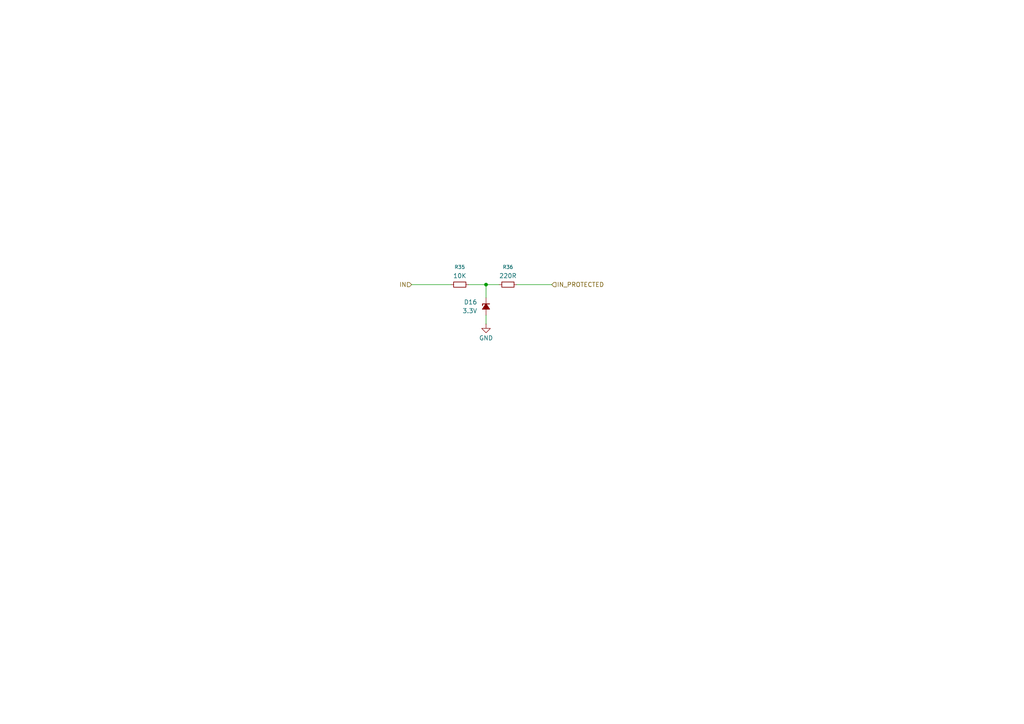
<source format=kicad_sch>
(kicad_sch (version 20250114) (generator "eeschema") (generator_version "9.0")
  (paper "A4")
  (title_block (title "Control Unit Tester") (date "2025-10-21") (rev "2"))
  (lib_symbols
    (symbol "Device:D_Zener_Small_Filled" (pin_numbers (hide yes)) (pin_names (offset 0.254) (hide yes))
      (property "Reference" "D" (at 0 2.286 0))
      (property "Value" "D_Zener_Small_Filled" (at 0 -2.286 0))
      (symbol "D_Zener_Small_Filled_0_1"
        (polyline (pts (xy -0.254 1.016) (xy -0.762 1.016) (xy -0.762 -1.016)) (stroke (width 0.254)))
        (polyline (pts (xy 0.762 1.016) (xy -0.762 0) (xy 0.762 -1.016) (xy 0.762 1.016)) (stroke (width 0.254)) (fill (type outline)))
        (polyline (pts (xy 0.762 0) (xy -0.762 0)))
      )
      (symbol "D_Zener_Small_Filled_1_1"
        (pin passive line (at -2.54 0 0) (length 1.778) (name "K") (number "1"))
        (pin passive line (at 2.54 0 180) (length 1.778) (name "A") (number "2"))
      )
    )
    (symbol "Device:R_Small" (pin_numbers (hide yes)) (pin_names (offset 0.254) (hide yes))
      (property "Reference" "R" (at 0 0 90))
      (property "Value" "R_Small" (at 1.778 0 90))
      (symbol "R_Small_0_1"
        (rectangle (start -0.762 1.778) (end 0.762 -1.778) (stroke (width 0.2032)))
      )
      (symbol "R_Small_1_1"
        (pin passive line (at 0 2.54 270) (length 0.762) (name "~") (number "1"))
        (pin passive line (at 0 -2.54 90) (length 0.762) (name "~") (number "2"))
      )
    )
    (symbol "power:GND" (power) (pin_numbers (hide yes)) (pin_names (offset 0) (hide yes))
      (property "Value" "GND" (at 0 -3.81 0))
      (symbol "GND_0_1"
        (polyline (pts (xy 0 0) (xy 0 -1.27) (xy 1.27 -1.27) (xy 0 -2.54) (xy -1.27 -1.27) (xy 0 -1.27)))
      )
      (symbol "GND_1_1"
        (pin power_in line (at 0 0 270) (length 0) (name "~") (number "1"))
      )
    )
  )
  (junction (at 140.97 82.55))
  (wire (pts (xy 119.38 82.55) (xy 130.81 82.55)))
  (wire (pts (xy 135.89 82.55) (xy 140.97 82.55)))
  (wire (pts (xy 140.97 82.55) (xy 144.78 82.55)))
  (wire (pts (xy 140.97 91.44) (xy 140.97 93.98)))
  (wire (pts (xy 140.97 82.55) (xy 140.97 86.36)))
  (wire (pts (xy 149.86 82.55) (xy 160.02 82.55)))
  (hierarchical_label "IN" (shape input) (at 119.38 82.55 180))
  (hierarchical_label "IN_PROTECTED" (shape input) (at 160.02 82.55 0))
  (symbol (lib_id "power:GND") (at 140.97 93.98 0) (unit 1)
    (property "Reference" "#PWR014" (effects (hide yes)))
    (property "Value" "GND" (at 140.97 98.044 0))
    (property "Description" "Power symbol creates a global label with name \"GND\" , ground" (effects (hide yes)))
    (instances (project "vehicle_io_validator" (path "" (reference "#PWR029") (unit 1)) (path "" (reference "#PWR032") (unit 1)) (path "" (reference "#PWR022") (unit 1)) (path "" (reference "#PWR031") (unit 1)) (path "" (reference "#PWR027") (unit 1)) (path "" (reference "#PWR018") (unit 1)) (path "" (reference "#PWR015") (unit 1)) (path "" (reference "#PWR030") (unit 1)) (path "" (reference "#PWR033") (unit 1)) (path "" (reference "#PWR016") (unit 1)) (path "" (reference "#PWR025") (unit 1)) (path "" (reference "#PWR020") (unit 1)) (path "" (reference "#PWR023") (unit 1)) (path "" (reference "#PWR026") (unit 1)) (path "" (reference "#PWR028") (unit 1)) (path "" (reference "#PWR014") (unit 1)) (path "" (reference "#PWR017") (unit 1)) (path "" (reference "#PWR024") (unit 1)) (path "" (reference "#PWR021") (unit 1)) (path "" (reference "#PWR019") (unit 1))))
  )
  (symbol (lib_id "Device:D_Zener_Small_Filled") (at 140.97 88.9 90) (mirror x) (unit 1)
    (property "Reference" "D1" (at 138.43 87.6299 90) (effects (justify left)))
    (property "Value" "3.3V" (at 138.43 90.1699 90) (effects (justify left)))
    (property "Footprint" "Diode_SMD:D_SOD-323" (effects (hide yes)))
    (property "Description" "Zener diode, small symbol, filled shape" (effects (hide yes)))
    (property "PartID" "2161" (effects (hide yes)))
    (instances (project "vehicle_io_validator" (path "" (reference "D16") (unit 1)) (path "" (reference "D19") (unit 1)) (path "" (reference "D9") (unit 1)) (path "" (reference "D18") (unit 1)) (path "" (reference "D14") (unit 1)) (path "" (reference "D5") (unit 1)) (path "" (reference "D2") (unit 1)) (path "" (reference "D17") (unit 1)) (path "" (reference "D20") (unit 1)) (path "" (reference "D3") (unit 1)) (path "" (reference "D12") (unit 1)) (path "" (reference "D7") (unit 1)) (path "" (reference "D10") (unit 1)) (path "" (reference "D13") (unit 1)) (path "" (reference "D15") (unit 1)) (path "" (reference "D1") (unit 1)) (path "" (reference "D4") (unit 1)) (path "" (reference "D11") (unit 1)) (path "" (reference "D8") (unit 1)) (path "" (reference "D6") (unit 1))))
  )
  (symbol (lib_id "Device:R_Small") (at 147.32 82.55 270) (mirror x) (unit 1)
    (property "Reference" "R2" (at 147.32 77.47 90) (effects (font (size 1.016 1.016))))
    (property "Value" "220R" (at 147.32 80.01 90))
    (property "Footprint" "Resistor_SMD:R_0603_1608Metric" (effects (hide yes)))
    (property "Description" "Resistor, small symbol" (effects (hide yes)))
    (instances (project "vehicle_io_validator" (path "" (reference "R36") (unit 1)) (path "" (reference "R42") (unit 1)) (path "" (reference "R22") (unit 1)) (path "" (reference "R40") (unit 1)) (path "" (reference "R32") (unit 1)) (path "" (reference "R14") (unit 1)) (path "" (reference "R4") (unit 1)) (path "" (reference "R38") (unit 1)) (path "" (reference "R44") (unit 1)) (path "" (reference "R10") (unit 1)) (path "" (reference "R28") (unit 1)) (path "" (reference "R18") (unit 1)) (path "" (reference "R24") (unit 1)) (path "" (reference "R30") (unit 1)) (path "" (reference "R34") (unit 1)) (path "" (reference "R2") (unit 1)) (path "" (reference "R12") (unit 1)) (path "" (reference "R26") (unit 1)) (path "" (reference "R20") (unit 1)) (path "" (reference "R16") (unit 1))))
  )
  (symbol (lib_id "Device:R_Small") (at 133.35 82.55 270) (mirror x) (unit 1)
    (property "Reference" "R1" (at 133.35 77.47 90) (effects (font (size 1.016 1.016))))
    (property "Value" "10K" (at 133.35 80.01 90))
    (property "Footprint" "Resistor_SMD:R_0603_1608Metric" (effects (hide yes)))
    (property "Description" "Resistor, small symbol" (effects (hide yes)))
    (instances (project "vehicle_io_validator" (path "" (reference "R35") (unit 1)) (path "" (reference "R41") (unit 1)) (path "" (reference "R21") (unit 1)) (path "" (reference "R39") (unit 1)) (path "" (reference "R31") (unit 1)) (path "" (reference "R13") (unit 1)) (path "" (reference "R3") (unit 1)) (path "" (reference "R37") (unit 1)) (path "" (reference "R43") (unit 1)) (path "" (reference "R5") (unit 1)) (path "" (reference "R27") (unit 1)) (path "" (reference "R17") (unit 1)) (path "" (reference "R23") (unit 1)) (path "" (reference "R29") (unit 1)) (path "" (reference "R33") (unit 1)) (path "" (reference "R1") (unit 1)) (path "" (reference "R11") (unit 1)) (path "" (reference "R25") (unit 1)) (path "" (reference "R19") (unit 1)) (path "" (reference "R15") (unit 1))))
  )
)
</source>
